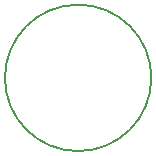
<source format=gbr>
%TF.GenerationSoftware,KiCad,Pcbnew,7.0.5-7.0.5~ubuntu20.04.1*%
%TF.CreationDate,2023-06-15T19:12:17+02:00*%
%TF.ProjectId,nanoRIghtAux,6e616e6f-5249-4676-9874-4175782e6b69,rev?*%
%TF.SameCoordinates,Original*%
%TF.FileFunction,OtherDrawing,Comment*%
%FSLAX46Y46*%
G04 Gerber Fmt 4.6, Leading zero omitted, Abs format (unit mm)*
G04 Created by KiCad (PCBNEW 7.0.5-7.0.5~ubuntu20.04.1) date 2023-06-15 19:12:17*
%MOMM*%
%LPD*%
G01*
G04 APERTURE LIST*
%ADD10C,0.200000*%
G04 APERTURE END LIST*
D10*
X206860000Y-68580000D02*
G75*
G03*
X206860000Y-68580000I-6200000J0D01*
G01*
M02*

</source>
